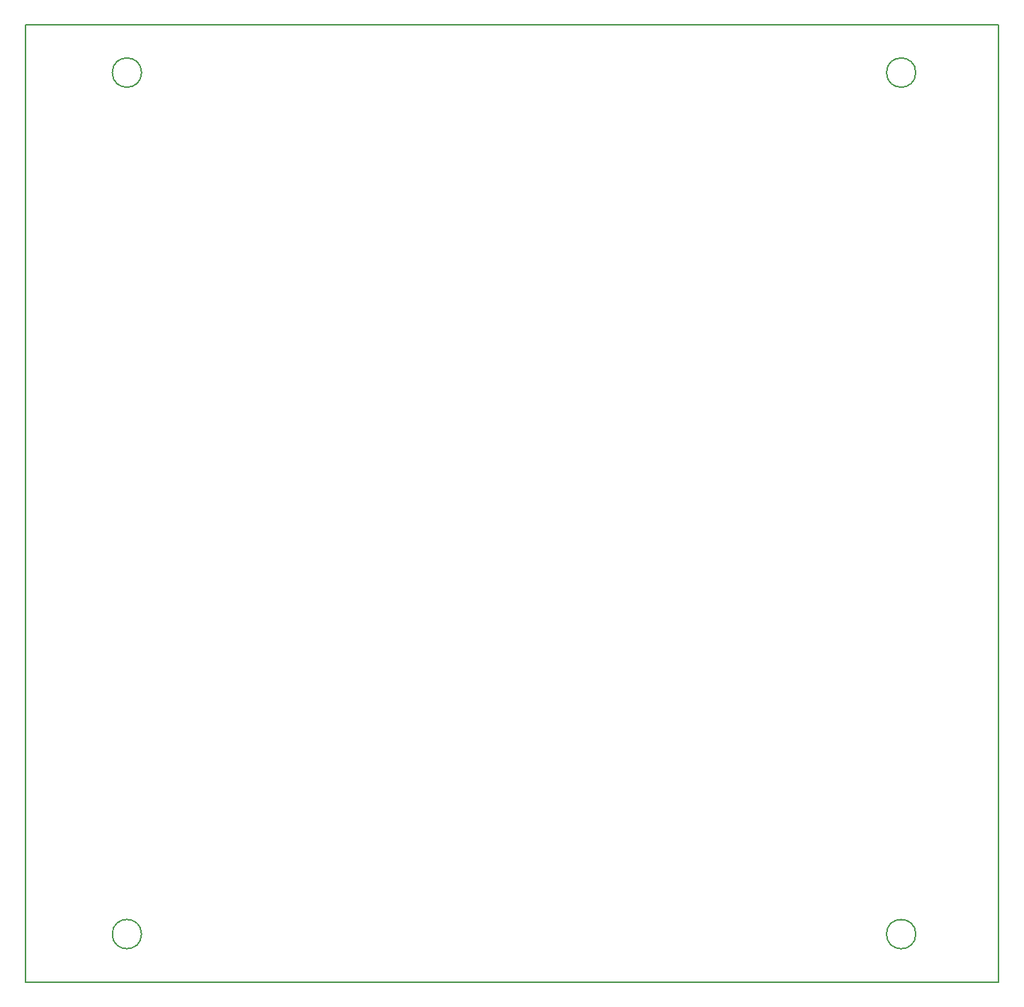
<source format=gbr>
%TF.GenerationSoftware,KiCad,Pcbnew,(5.99.0-10506-gb986797469)*%
%TF.CreationDate,2021-06-07T12:53:31+02:00*%
%TF.ProjectId,LoRa tracker,4c6f5261-2074-4726-9163-6b65722e6b69,rev?*%
%TF.SameCoordinates,Original*%
%TF.FileFunction,Profile,NP*%
%FSLAX46Y46*%
G04 Gerber Fmt 4.6, Leading zero omitted, Abs format (unit mm)*
G04 Created by KiCad (PCBNEW (5.99.0-10506-gb986797469)) date 2021-06-07 12:53:31*
%MOMM*%
%LPD*%
G01*
G04 APERTURE LIST*
%TA.AperFunction,Profile*%
%ADD10C,0.200000*%
%TD*%
G04 APERTURE END LIST*
D10*
X180328747Y-193592116D02*
G75*
G03*
X180328747Y-193592116I-1750000J0D01*
G01*
X73928747Y-199342116D02*
X190228747Y-199342116D01*
X190228747Y-199342116D02*
X190228747Y-84842116D01*
X180328747Y-90592116D02*
G75*
G03*
X180328747Y-90592116I-1750000J0D01*
G01*
X73928747Y-84842116D02*
X73928747Y-199342116D01*
X87828748Y-193592116D02*
G75*
G03*
X87828748Y-193592116I-1750000J0D01*
G01*
X87828748Y-90592116D02*
G75*
G03*
X87828748Y-90592116I-1750000J0D01*
G01*
X190228747Y-84842116D02*
X73928747Y-84842116D01*
M02*

</source>
